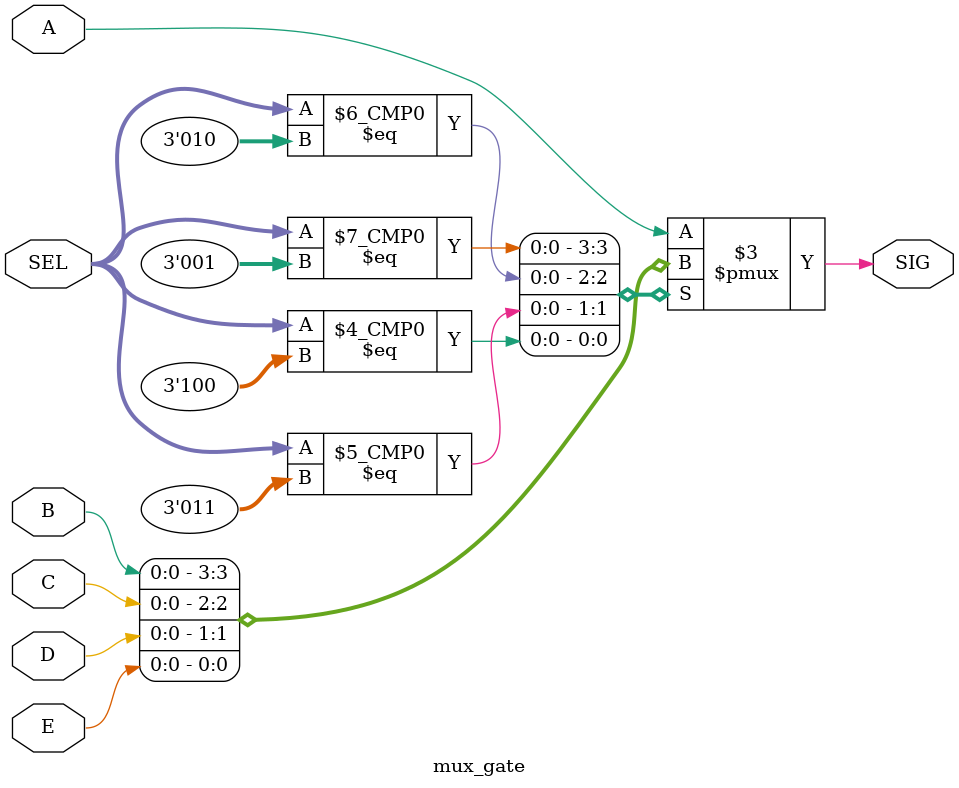
<source format=v>
/* MUX_GATE.V  
* May 2001 */ 

 
module mux_gate (A,B,C,D,E,SEL,SIG); 
 
input A,B,C,D,E; 
input [2:0] SEL; 
output SIG; 
reg SIG; 
 
    always @ (A or B or C or D or SEL) 
    case (SEL) 
        3'b000: 
          SIG=A; 
        3'b001: 
          SIG=B; 
        3'b010: 
          SIG=C; 
        3'b011: 
          SIG=D; 
        3'b100: 
          SIG=E; 
default: SIG=A; 
    endcase 
endmodule 

</source>
